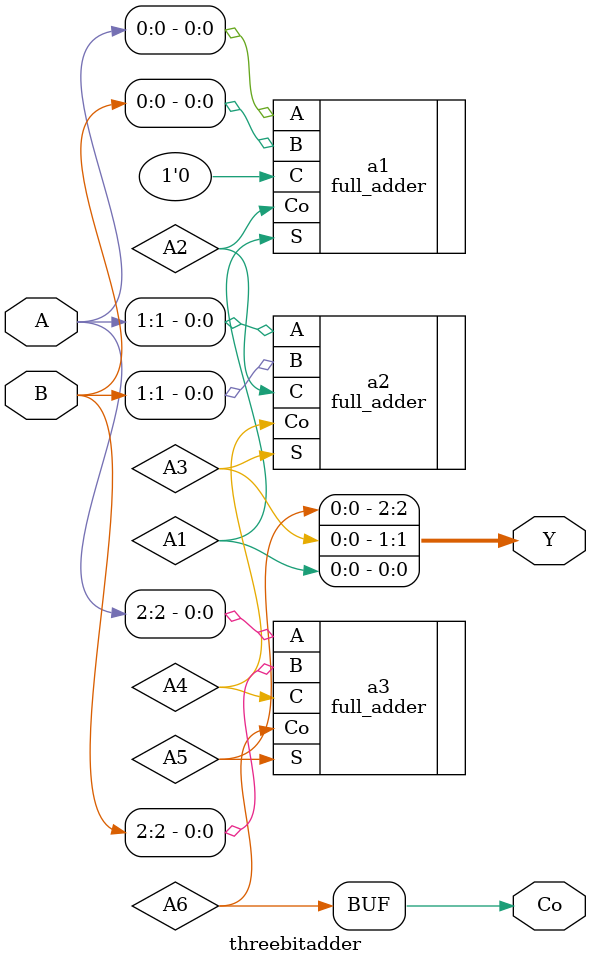
<source format=sv>

module threebitadder(A,B,Y,Co);
  //This is the input that we are taking it is in the vector form, now what we will do is manipulate this input by A[0] B[0] by vector addition
  input [2:0] A;
  input [2:0] B;
  // These are the wires jisme output araha hy Sum and Carry for each instance called 
  wire A1, A2, A3, A4, A5, A6;
  //The output basically two mey divided hua wa hy ek 3 bit output y and dosra Cout 
  output [2:0] Y;
  output Co;
  
  //we call the full adder three times as we are adding 3 bits
  full_adder a1(.S(A1), .Co(A2), .A(A[0]), .B(B[0]), .C(1'b0));
  full_adder a2(.S(A3), .Co(A4), .A(A[1]), .B(B[1]), .C(A2));
  full_adder a3(.S(A5), .Co(A6), .A(A[2]), .B(B[2]), .C(A4));
  
  assign Y[0] = A1;
  assign Y[1] = A3;
  assign Y[2] = A5;
  assign Co = A6;
endmodule

</source>
